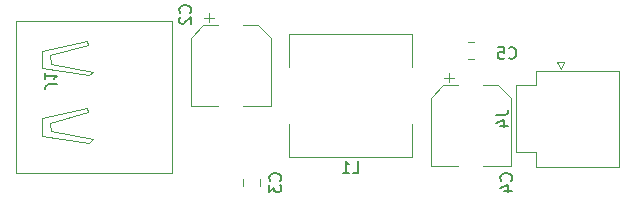
<source format=gbr>
%TF.GenerationSoftware,KiCad,Pcbnew,(5.1.7)-1*%
%TF.CreationDate,2021-04-30T22:35:11+08:00*%
%TF.ProjectId,t12_pps_power,7431325f-7070-4735-9f70-6f7765722e6b,rev?*%
%TF.SameCoordinates,Original*%
%TF.FileFunction,Legend,Bot*%
%TF.FilePolarity,Positive*%
%FSLAX46Y46*%
G04 Gerber Fmt 4.6, Leading zero omitted, Abs format (unit mm)*
G04 Created by KiCad (PCBNEW (5.1.7)-1) date 2021-04-30 22:35:11*
%MOMM*%
%LPD*%
G01*
G04 APERTURE LIST*
%ADD10C,0.120000*%
%ADD11C,0.150000*%
G04 APERTURE END LIST*
D10*
%TO.C,L1*%
X64650000Y-71260000D02*
X64650000Y-68460000D01*
X64650000Y-68460000D02*
X75050000Y-68460000D01*
X75050000Y-68460000D02*
X75050000Y-71260000D01*
X64650000Y-76060000D02*
X64650000Y-78860000D01*
X64650000Y-78860000D02*
X75050000Y-78860000D01*
X75050000Y-78860000D02*
X75050000Y-76060000D01*
%TO.C,C2*%
X63100000Y-74530000D02*
X60750000Y-74530000D01*
X56280000Y-74530000D02*
X58630000Y-74530000D01*
X56280000Y-68774437D02*
X56280000Y-74530000D01*
X63100000Y-68774437D02*
X63100000Y-74530000D01*
X62035563Y-67710000D02*
X60750000Y-67710000D01*
X57344437Y-67710000D02*
X58630000Y-67710000D01*
X57344437Y-67710000D02*
X56280000Y-68774437D01*
X62035563Y-67710000D02*
X63100000Y-68774437D01*
X57842500Y-66682500D02*
X57842500Y-67470000D01*
X57448750Y-67076250D02*
X58236250Y-67076250D01*
%TO.C,C3*%
X60733000Y-81287252D02*
X60733000Y-80764748D01*
X62203000Y-81287252D02*
X62203000Y-80764748D01*
%TO.C,C4*%
X77768750Y-72156250D02*
X78556250Y-72156250D01*
X78162500Y-71762500D02*
X78162500Y-72550000D01*
X82355563Y-72790000D02*
X83420000Y-73854437D01*
X77664437Y-72790000D02*
X76600000Y-73854437D01*
X77664437Y-72790000D02*
X78950000Y-72790000D01*
X82355563Y-72790000D02*
X81070000Y-72790000D01*
X83420000Y-73854437D02*
X83420000Y-79610000D01*
X76600000Y-73854437D02*
X76600000Y-79610000D01*
X76600000Y-79610000D02*
X78950000Y-79610000D01*
X83420000Y-79610000D02*
X81070000Y-79610000D01*
%TO.C,C5*%
X79748748Y-70585000D02*
X80271252Y-70585000D01*
X79748748Y-69115000D02*
X80271252Y-69115000D01*
%TO.C,J1*%
X54610000Y-67310000D02*
X41490000Y-67310000D01*
X41490000Y-67310000D02*
X41490000Y-80250000D01*
X41490000Y-80250000D02*
X54590000Y-80250000D01*
X54590000Y-80250000D02*
X54690000Y-80250000D01*
X54690000Y-67310000D02*
X54690000Y-80250000D01*
X54610000Y-67310000D02*
X54690000Y-67310000D01*
X47690000Y-77650000D02*
X43690000Y-77050000D01*
X43690000Y-77050000D02*
X43690000Y-75550000D01*
X43690000Y-75550000D02*
X47490000Y-74750000D01*
X47490000Y-74750000D02*
X47590000Y-75050000D01*
X47590000Y-75050000D02*
X44390000Y-75950000D01*
X44390000Y-75950000D02*
X44490000Y-76650000D01*
X44490000Y-76650000D02*
X47990000Y-77350000D01*
X47990000Y-77350000D02*
X47690000Y-77650000D01*
X47590000Y-69350000D02*
X44390000Y-70250000D01*
X47490000Y-69050000D02*
X47590000Y-69350000D01*
X47690000Y-71950000D02*
X43690000Y-71350000D01*
X43690000Y-71350000D02*
X43690000Y-69850000D01*
X47990000Y-71650000D02*
X47690000Y-71950000D01*
X43690000Y-69850000D02*
X47490000Y-69050000D01*
X44490000Y-70950000D02*
X47990000Y-71650000D01*
X44390000Y-70250000D02*
X44490000Y-70950000D01*
%TO.C,J4*%
X87330000Y-70800000D02*
X87630000Y-71400000D01*
X87930000Y-70800000D02*
X87330000Y-70800000D01*
X87630000Y-71400000D02*
X87930000Y-70800000D01*
X92540000Y-79680000D02*
X92540000Y-71600000D01*
X85520000Y-79680000D02*
X92540000Y-79680000D01*
X85520000Y-78480000D02*
X85520000Y-79680000D01*
X83820000Y-78480000D02*
X85520000Y-78480000D01*
X83820000Y-72800000D02*
X83820000Y-78480000D01*
X85520000Y-72800000D02*
X83820000Y-72800000D01*
X85520000Y-71600000D02*
X85520000Y-72800000D01*
X92540000Y-71600000D02*
X85520000Y-71600000D01*
%TO.C,L1*%
D11*
X70016666Y-80212380D02*
X70492857Y-80212380D01*
X70492857Y-79212380D01*
X69159523Y-80212380D02*
X69730952Y-80212380D01*
X69445238Y-80212380D02*
X69445238Y-79212380D01*
X69540476Y-79355238D01*
X69635714Y-79450476D01*
X69730952Y-79498095D01*
%TO.C,C2*%
X56237142Y-66635333D02*
X56284761Y-66587714D01*
X56332380Y-66444857D01*
X56332380Y-66349619D01*
X56284761Y-66206761D01*
X56189523Y-66111523D01*
X56094285Y-66063904D01*
X55903809Y-66016285D01*
X55760952Y-66016285D01*
X55570476Y-66063904D01*
X55475238Y-66111523D01*
X55380000Y-66206761D01*
X55332380Y-66349619D01*
X55332380Y-66444857D01*
X55380000Y-66587714D01*
X55427619Y-66635333D01*
X55427619Y-67016285D02*
X55380000Y-67063904D01*
X55332380Y-67159142D01*
X55332380Y-67397238D01*
X55380000Y-67492476D01*
X55427619Y-67540095D01*
X55522857Y-67587714D01*
X55618095Y-67587714D01*
X55760952Y-67540095D01*
X56332380Y-66968666D01*
X56332380Y-67587714D01*
%TO.C,C3*%
X63857142Y-80859333D02*
X63904761Y-80811714D01*
X63952380Y-80668857D01*
X63952380Y-80573619D01*
X63904761Y-80430761D01*
X63809523Y-80335523D01*
X63714285Y-80287904D01*
X63523809Y-80240285D01*
X63380952Y-80240285D01*
X63190476Y-80287904D01*
X63095238Y-80335523D01*
X63000000Y-80430761D01*
X62952380Y-80573619D01*
X62952380Y-80668857D01*
X63000000Y-80811714D01*
X63047619Y-80859333D01*
X62952380Y-81192666D02*
X62952380Y-81811714D01*
X63333333Y-81478380D01*
X63333333Y-81621238D01*
X63380952Y-81716476D01*
X63428571Y-81764095D01*
X63523809Y-81811714D01*
X63761904Y-81811714D01*
X63857142Y-81764095D01*
X63904761Y-81716476D01*
X63952380Y-81621238D01*
X63952380Y-81335523D01*
X63904761Y-81240285D01*
X63857142Y-81192666D01*
%TO.C,C4*%
X83415142Y-80859333D02*
X83462761Y-80811714D01*
X83510380Y-80668857D01*
X83510380Y-80573619D01*
X83462761Y-80430761D01*
X83367523Y-80335523D01*
X83272285Y-80287904D01*
X83081809Y-80240285D01*
X82938952Y-80240285D01*
X82748476Y-80287904D01*
X82653238Y-80335523D01*
X82558000Y-80430761D01*
X82510380Y-80573619D01*
X82510380Y-80668857D01*
X82558000Y-80811714D01*
X82605619Y-80859333D01*
X82843714Y-81716476D02*
X83510380Y-81716476D01*
X82462761Y-81478380D02*
X83177047Y-81240285D01*
X83177047Y-81859333D01*
%TO.C,C5*%
X83224666Y-70461142D02*
X83272285Y-70508761D01*
X83415142Y-70556380D01*
X83510380Y-70556380D01*
X83653238Y-70508761D01*
X83748476Y-70413523D01*
X83796095Y-70318285D01*
X83843714Y-70127809D01*
X83843714Y-69984952D01*
X83796095Y-69794476D01*
X83748476Y-69699238D01*
X83653238Y-69604000D01*
X83510380Y-69556380D01*
X83415142Y-69556380D01*
X83272285Y-69604000D01*
X83224666Y-69651619D01*
X82319904Y-69556380D02*
X82796095Y-69556380D01*
X82843714Y-70032571D01*
X82796095Y-69984952D01*
X82700857Y-69937333D01*
X82462761Y-69937333D01*
X82367523Y-69984952D01*
X82319904Y-70032571D01*
X82272285Y-70127809D01*
X82272285Y-70365904D01*
X82319904Y-70461142D01*
X82367523Y-70508761D01*
X82462761Y-70556380D01*
X82700857Y-70556380D01*
X82796095Y-70508761D01*
X82843714Y-70461142D01*
%TO.C,J1*%
X44997619Y-72723333D02*
X44283333Y-72723333D01*
X44140476Y-72770952D01*
X44045238Y-72866190D01*
X43997619Y-73009047D01*
X43997619Y-73104285D01*
X43997619Y-71723333D02*
X43997619Y-72294761D01*
X43997619Y-72009047D02*
X44997619Y-72009047D01*
X44854761Y-72104285D01*
X44759523Y-72199523D01*
X44711904Y-72294761D01*
%TO.C,J4*%
X82182380Y-75306666D02*
X82896666Y-75306666D01*
X83039523Y-75259047D01*
X83134761Y-75163809D01*
X83182380Y-75020952D01*
X83182380Y-74925714D01*
X82515714Y-76211428D02*
X83182380Y-76211428D01*
X82134761Y-75973333D02*
X82849047Y-75735238D01*
X82849047Y-76354285D01*
%TD*%
M02*

</source>
